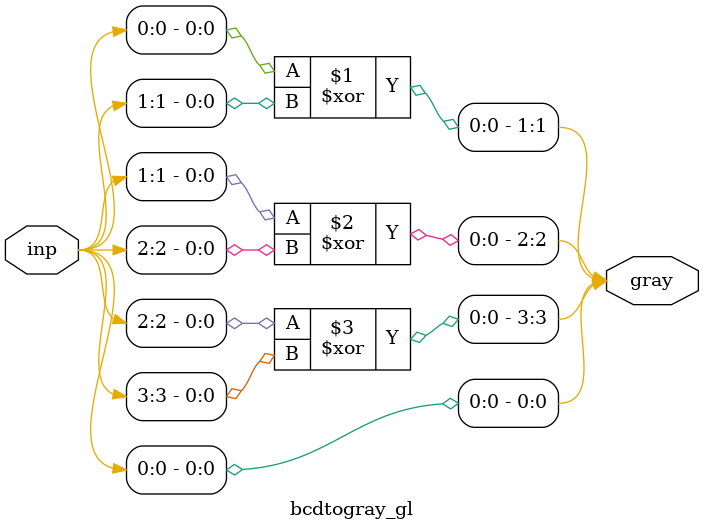
<source format=v>
module bcdtogray_df (inp, gray);
    input [0:3] inp;
    output [0:3] gray;

    assign gray[0] = inp[0];
    assign gray[1] = inp[0] ^ inp[1];
    assign gray[2] = inp[1] ^ inp[2];
    assign gray[3] = inp[2] ^ inp[3];
endmodule

module bcdtogray_gl (inp, gray);
    input [0:3] inp;
    output [0:3] gray;

    buf(gray[0], inp[0]);
    xor(gray[1], inp[0], inp[1]);
    xor(gray[2], inp[1], inp[2]);
    xor(gray[3], inp[2], inp[3]);
endmodule
</source>
